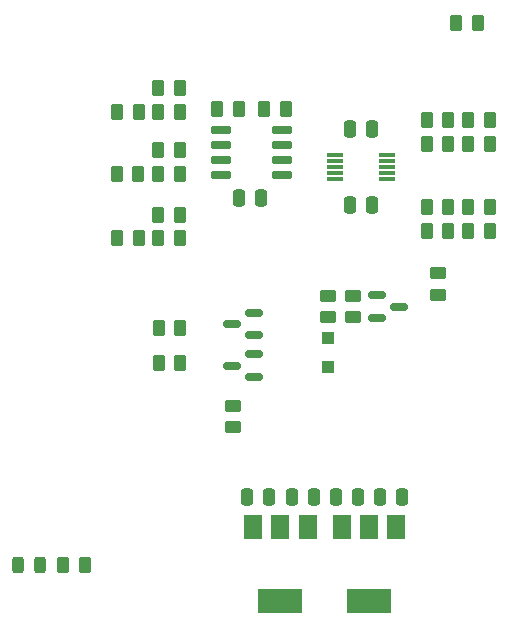
<source format=gtp>
%TF.GenerationSoftware,KiCad,Pcbnew,7.0.2*%
%TF.CreationDate,2023-06-12T01:53:58+02:00*%
%TF.ProjectId,RGB-YPbPr-Converter,5247422d-5950-4625-9072-2d436f6e7665,rev?*%
%TF.SameCoordinates,Original*%
%TF.FileFunction,Paste,Top*%
%TF.FilePolarity,Positive*%
%FSLAX46Y46*%
G04 Gerber Fmt 4.6, Leading zero omitted, Abs format (unit mm)*
G04 Created by KiCad (PCBNEW 7.0.2) date 2023-06-12 01:53:58*
%MOMM*%
%LPD*%
G01*
G04 APERTURE LIST*
G04 Aperture macros list*
%AMRoundRect*
0 Rectangle with rounded corners*
0 $1 Rounding radius*
0 $2 $3 $4 $5 $6 $7 $8 $9 X,Y pos of 4 corners*
0 Add a 4 corners polygon primitive as box body*
4,1,4,$2,$3,$4,$5,$6,$7,$8,$9,$2,$3,0*
0 Add four circle primitives for the rounded corners*
1,1,$1+$1,$2,$3*
1,1,$1+$1,$4,$5*
1,1,$1+$1,$6,$7*
1,1,$1+$1,$8,$9*
0 Add four rect primitives between the rounded corners*
20,1,$1+$1,$2,$3,$4,$5,0*
20,1,$1+$1,$4,$5,$6,$7,0*
20,1,$1+$1,$6,$7,$8,$9,0*
20,1,$1+$1,$8,$9,$2,$3,0*%
G04 Aperture macros list end*
%ADD10RoundRect,0.150000X-0.725000X-0.150000X0.725000X-0.150000X0.725000X0.150000X-0.725000X0.150000X0*%
%ADD11RoundRect,0.250000X0.450000X-0.262500X0.450000X0.262500X-0.450000X0.262500X-0.450000X-0.262500X0*%
%ADD12RoundRect,0.250000X0.262500X0.450000X-0.262500X0.450000X-0.262500X-0.450000X0.262500X-0.450000X0*%
%ADD13R,1.400000X0.300000*%
%ADD14RoundRect,0.250000X-0.262500X-0.450000X0.262500X-0.450000X0.262500X0.450000X-0.262500X0.450000X0*%
%ADD15R,1.000000X1.000000*%
%ADD16RoundRect,0.250000X-0.450000X0.262500X-0.450000X-0.262500X0.450000X-0.262500X0.450000X0.262500X0*%
%ADD17RoundRect,0.250000X-0.250000X-0.475000X0.250000X-0.475000X0.250000X0.475000X-0.250000X0.475000X0*%
%ADD18R,1.500000X2.000000*%
%ADD19R,3.800000X2.000000*%
%ADD20RoundRect,0.150000X-0.587500X-0.150000X0.587500X-0.150000X0.587500X0.150000X-0.587500X0.150000X0*%
%ADD21RoundRect,0.250000X0.250000X0.475000X-0.250000X0.475000X-0.250000X-0.475000X0.250000X-0.475000X0*%
%ADD22RoundRect,0.150000X0.587500X0.150000X-0.587500X0.150000X-0.587500X-0.150000X0.587500X-0.150000X0*%
%ADD23RoundRect,0.243750X-0.243750X-0.456250X0.243750X-0.456250X0.243750X0.456250X-0.243750X0.456250X0*%
G04 APERTURE END LIST*
D10*
%TO.C,U5*%
X126375000Y-125095000D03*
X126375000Y-126365000D03*
X126375000Y-127635000D03*
X126375000Y-128905000D03*
X131525000Y-128905000D03*
X131525000Y-127635000D03*
X131525000Y-126365000D03*
X131525000Y-125095000D03*
%TD*%
D11*
%TO.C,R20*%
X144700000Y-139012500D03*
X144700000Y-137187500D03*
%TD*%
D12*
%TO.C,R28*%
X145612500Y-124200000D03*
X143787500Y-124200000D03*
%TD*%
D13*
%TO.C,U4*%
X136000000Y-127200000D03*
X136000000Y-127700000D03*
X136000000Y-128200000D03*
X136000000Y-128700000D03*
X136000000Y-129200000D03*
X140400000Y-129200000D03*
X140400000Y-128700000D03*
X140400000Y-128200000D03*
X140400000Y-127700000D03*
X140400000Y-127200000D03*
%TD*%
D11*
%TO.C,R15*%
X135400000Y-140912500D03*
X135400000Y-139087500D03*
%TD*%
D14*
%TO.C,R10*%
X117520195Y-128750000D03*
X119345195Y-128750000D03*
%TD*%
%TO.C,R4*%
X121087500Y-144797257D03*
X122912500Y-144797257D03*
%TD*%
%TO.C,R9*%
X117587500Y-134221951D03*
X119412500Y-134221951D03*
%TD*%
%TO.C,R25*%
X147287500Y-126200000D03*
X149112500Y-126200000D03*
%TD*%
D15*
%TO.C,D2*%
X135400000Y-145150000D03*
X135400000Y-142650000D03*
%TD*%
D16*
%TO.C,R17*%
X137500000Y-139087500D03*
X137500000Y-140912500D03*
%TD*%
D14*
%TO.C,R16*%
X126037500Y-123250000D03*
X127862500Y-123250000D03*
%TD*%
D17*
%TO.C,C4*%
X139800000Y-156100000D03*
X141700000Y-156100000D03*
%TD*%
D18*
%TO.C,U1*%
X133692267Y-158650000D03*
X131392267Y-158650000D03*
X129092267Y-158650000D03*
D19*
X131392267Y-164950000D03*
%TD*%
D14*
%TO.C,R23*%
X143787500Y-131600000D03*
X145612500Y-131600000D03*
%TD*%
%TO.C,R7*%
X121031250Y-132228201D03*
X122856250Y-132228201D03*
%TD*%
D20*
%TO.C,Q3*%
X139562500Y-139050000D03*
X139562500Y-140950000D03*
X141437500Y-140000000D03*
%TD*%
D14*
%TO.C,R22*%
X146287500Y-116000000D03*
X148112500Y-116000000D03*
%TD*%
D21*
%TO.C,C9*%
X139150000Y-131400000D03*
X137250000Y-131400000D03*
%TD*%
D14*
%TO.C,R24*%
X112987500Y-161900000D03*
X114812500Y-161900000D03*
%TD*%
D22*
%TO.C,Q2*%
X129137500Y-142450000D03*
X129137500Y-140550000D03*
X127262500Y-141500000D03*
%TD*%
D18*
%TO.C,U2*%
X141200000Y-158650000D03*
X138900000Y-158650000D03*
X136600000Y-158650000D03*
D19*
X138900000Y-164950000D03*
%TD*%
D17*
%TO.C,C6*%
X136100000Y-156100000D03*
X138000000Y-156100000D03*
%TD*%
D14*
%TO.C,R5*%
X121087500Y-141800000D03*
X122912500Y-141800000D03*
%TD*%
D12*
%TO.C,R27*%
X149112500Y-124200000D03*
X147287500Y-124200000D03*
%TD*%
D17*
%TO.C,C3*%
X132342267Y-156100000D03*
X134242267Y-156100000D03*
%TD*%
D12*
%TO.C,R29*%
X149112500Y-133600000D03*
X147287500Y-133600000D03*
%TD*%
D14*
%TO.C,R19*%
X130037500Y-123300000D03*
X131862500Y-123300000D03*
%TD*%
D21*
%TO.C,C8*%
X139150000Y-125000000D03*
X137250000Y-125000000D03*
%TD*%
D12*
%TO.C,R30*%
X145612500Y-133600000D03*
X143787500Y-133600000D03*
%TD*%
D14*
%TO.C,R11*%
X117587500Y-123502003D03*
X119412500Y-123502003D03*
%TD*%
%TO.C,R6*%
X121031250Y-126756250D03*
X122856250Y-126756250D03*
%TD*%
D23*
%TO.C,D3*%
X109162500Y-161900000D03*
X111037500Y-161900000D03*
%TD*%
D22*
%TO.C,Q1*%
X129137500Y-145950000D03*
X129137500Y-144050000D03*
X127262500Y-145000000D03*
%TD*%
D14*
%TO.C,R13*%
X121037500Y-128750000D03*
X122862500Y-128750000D03*
%TD*%
%TO.C,R21*%
X143787500Y-126200000D03*
X145612500Y-126200000D03*
%TD*%
%TO.C,R26*%
X147287500Y-131600000D03*
X149112500Y-131600000D03*
%TD*%
%TO.C,R12*%
X121037500Y-134221951D03*
X122862500Y-134221951D03*
%TD*%
D21*
%TO.C,C5*%
X129750000Y-130800000D03*
X127850000Y-130800000D03*
%TD*%
D14*
%TO.C,R14*%
X121037500Y-123500000D03*
X122862500Y-123500000D03*
%TD*%
%TO.C,R3*%
X121031250Y-121506250D03*
X122856250Y-121506250D03*
%TD*%
D21*
%TO.C,C2*%
X130442267Y-156100000D03*
X128542267Y-156100000D03*
%TD*%
D11*
%TO.C,R8*%
X127400000Y-150212500D03*
X127400000Y-148387500D03*
%TD*%
M02*

</source>
